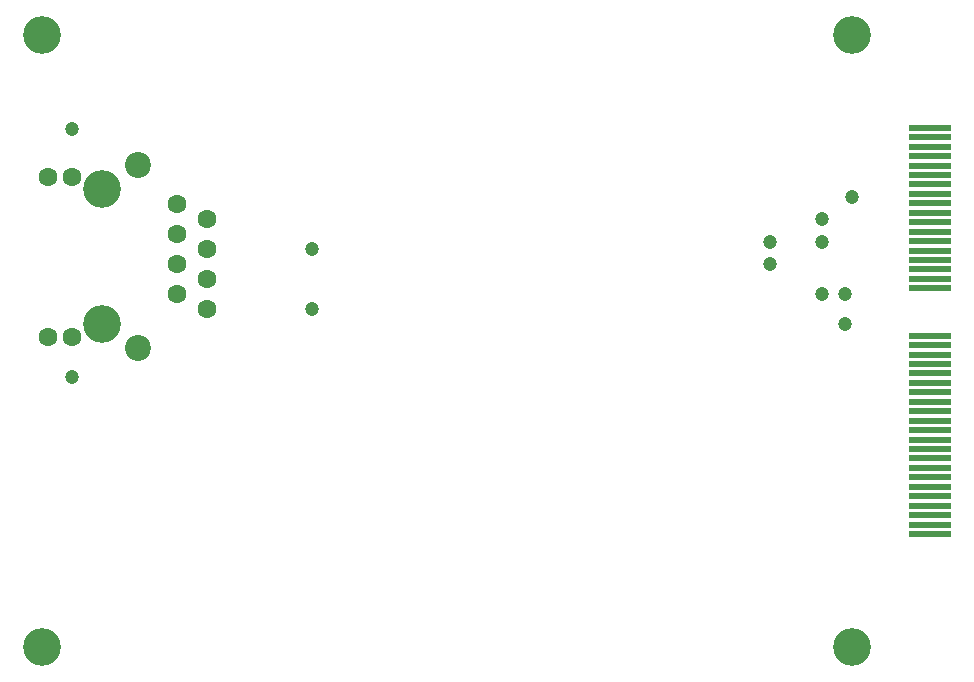
<source format=gbr>
%TF.GenerationSoftware,KiCad,Pcbnew,7.0.2*%
%TF.CreationDate,2024-05-18T17:34:20+02:00*%
%TF.ProjectId,dsoxlan,64736f78-6c61-46e2-9e6b-696361645f70,rev?*%
%TF.SameCoordinates,Original*%
%TF.FileFunction,Soldermask,Bot*%
%TF.FilePolarity,Negative*%
%FSLAX46Y46*%
G04 Gerber Fmt 4.6, Leading zero omitted, Abs format (unit mm)*
G04 Created by KiCad (PCBNEW 7.0.2) date 2024-05-18 17:34:20*
%MOMM*%
%LPD*%
G01*
G04 APERTURE LIST*
%ADD10C,3.200000*%
%ADD11C,1.600000*%
%ADD12C,2.200000*%
%ADD13R,3.600000X0.550000*%
%ADD14C,1.200000*%
G04 APERTURE END LIST*
D10*
%TO.C,P1*%
X120650000Y-75565000D03*
X120650000Y-86995000D03*
D11*
X127000000Y-76835000D03*
X129540000Y-78105000D03*
X127000000Y-79375000D03*
X129540000Y-80645000D03*
X127000000Y-81915000D03*
X129540000Y-83185000D03*
X127000000Y-84455000D03*
X129540000Y-85725000D03*
D12*
X123698000Y-73533000D03*
X123698000Y-89027000D03*
D11*
X118110000Y-74498200D03*
X116078000Y-74498200D03*
X118110000Y-88061800D03*
X116078000Y-88061800D03*
%TD*%
D13*
%TO.C,P2*%
X190754000Y-104750000D03*
X190754000Y-103950000D03*
X190754000Y-103150000D03*
X190754000Y-102350000D03*
X190754000Y-101550000D03*
X190754000Y-100750000D03*
X190754000Y-99950000D03*
X190754000Y-99150000D03*
X190754000Y-98350000D03*
X190754000Y-97550000D03*
X190754000Y-96750000D03*
X190754000Y-95950000D03*
X190754000Y-95150000D03*
X190754000Y-94350000D03*
X190754000Y-93550000D03*
X190754000Y-92750000D03*
X190754000Y-91950000D03*
X190754000Y-91150000D03*
X190754000Y-90350000D03*
X190754000Y-89550000D03*
X190754000Y-88750000D03*
X190754000Y-87950000D03*
X190754000Y-83950000D03*
X190754000Y-83150000D03*
X190754000Y-82350000D03*
X190754000Y-81550000D03*
X190754000Y-80750000D03*
X190754000Y-79950000D03*
X190754000Y-79150000D03*
X190754000Y-78350000D03*
X190754000Y-77550000D03*
X190754000Y-76750000D03*
X190754000Y-75950000D03*
X190754000Y-75150000D03*
X190754000Y-74350000D03*
X190754000Y-73550000D03*
X190754000Y-72750000D03*
X190754000Y-71950000D03*
X190754000Y-71150000D03*
X190754000Y-70350000D03*
%TD*%
D10*
%TO.C,H104*%
X184150000Y-114300000D03*
%TD*%
%TO.C,H103*%
X184150000Y-62484000D03*
%TD*%
%TO.C,H102*%
X115570000Y-114300000D03*
%TD*%
%TO.C,H101*%
X115570000Y-62484000D03*
%TD*%
D14*
X138430000Y-85725000D03*
X177165000Y-80010000D03*
X138430000Y-80645000D03*
X183515000Y-86995000D03*
X183515000Y-84455000D03*
X181610000Y-84455000D03*
X181610000Y-80010000D03*
X181610000Y-78105000D03*
X184150000Y-76200000D03*
X118110000Y-70485000D03*
X118110000Y-91440000D03*
X177165000Y-81915000D03*
M02*

</source>
